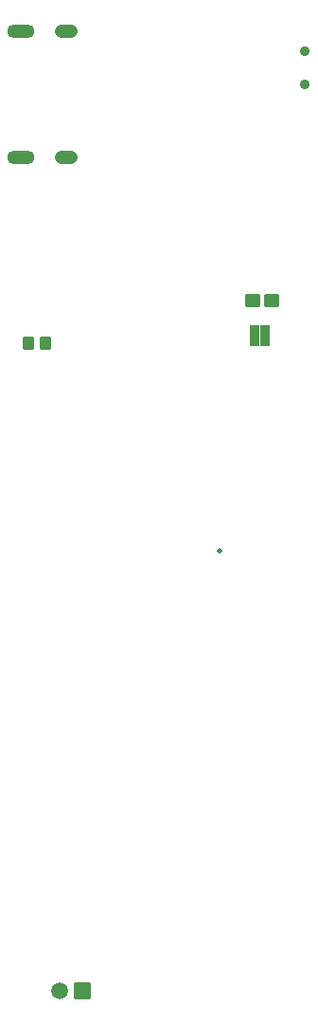
<source format=gbr>
%TF.GenerationSoftware,KiCad,Pcbnew,9.0.2*%
%TF.CreationDate,2025-07-20T12:07:01-04:00*%
%TF.ProjectId,Glasses_V0.1,476c6173-7365-4735-9f56-302e312e6b69,rev?*%
%TF.SameCoordinates,Original*%
%TF.FileFunction,Soldermask,Bot*%
%TF.FilePolarity,Negative*%
%FSLAX46Y46*%
G04 Gerber Fmt 4.6, Leading zero omitted, Abs format (unit mm)*
G04 Created by KiCad (PCBNEW 9.0.2) date 2025-07-20 12:07:01*
%MOMM*%
%LPD*%
G01*
G04 APERTURE LIST*
G04 Aperture macros list*
%AMRoundRect*
0 Rectangle with rounded corners*
0 $1 Rounding radius*
0 $2 $3 $4 $5 $6 $7 $8 $9 X,Y pos of 4 corners*
0 Add a 4 corners polygon primitive as box body*
4,1,4,$2,$3,$4,$5,$6,$7,$8,$9,$2,$3,0*
0 Add four circle primitives for the rounded corners*
1,1,$1+$1,$2,$3*
1,1,$1+$1,$4,$5*
1,1,$1+$1,$6,$7*
1,1,$1+$1,$8,$9*
0 Add four rect primitives between the rounded corners*
20,1,$1+$1,$2,$3,$4,$5,0*
20,1,$1+$1,$4,$5,$6,$7,0*
20,1,$1+$1,$6,$7,$8,$9,0*
20,1,$1+$1,$8,$9,$2,$3,0*%
G04 Aperture macros list end*
%ADD10C,0.900000*%
%ADD11RoundRect,0.102000X-0.654000X-0.654000X0.654000X-0.654000X0.654000X0.654000X-0.654000X0.654000X0*%
%ADD12C,1.512000*%
%ADD13O,2.054000X1.254000*%
%ADD14O,2.454000X1.254000*%
%ADD15C,0.500000*%
%ADD16RoundRect,0.102000X0.550000X0.500000X-0.550000X0.500000X-0.550000X-0.500000X0.550000X-0.500000X0*%
%ADD17RoundRect,0.102000X0.435000X0.465000X-0.435000X0.465000X-0.435000X-0.465000X0.435000X-0.465000X0*%
%ADD18RoundRect,0.102000X0.355000X0.865000X-0.355000X0.865000X-0.355000X-0.865000X0.355000X-0.865000X0*%
G04 APERTURE END LIST*
D10*
%TO.C,U4*%
X58420000Y-41505000D03*
X58420000Y-38505000D03*
%TD*%
D11*
%TO.C,J1*%
X38465000Y-122470000D03*
D12*
X36465000Y-122470000D03*
%TD*%
D13*
%TO.C,J2*%
X37020000Y-36748250D03*
X37020000Y-47988250D03*
D14*
X33020000Y-36748250D03*
X33020000Y-47988250D03*
%TD*%
D15*
%TO.C,MK1*%
X50800000Y-83167000D03*
%TD*%
D16*
%TO.C,D1*%
X55388938Y-60780000D03*
X53688938Y-60780000D03*
%TD*%
D17*
%TO.C,R4*%
X35210000Y-64590000D03*
X33650000Y-64590000D03*
%TD*%
D18*
%TO.C,R6*%
X54783938Y-63955000D03*
X53863938Y-63955000D03*
%TD*%
M02*

</source>
